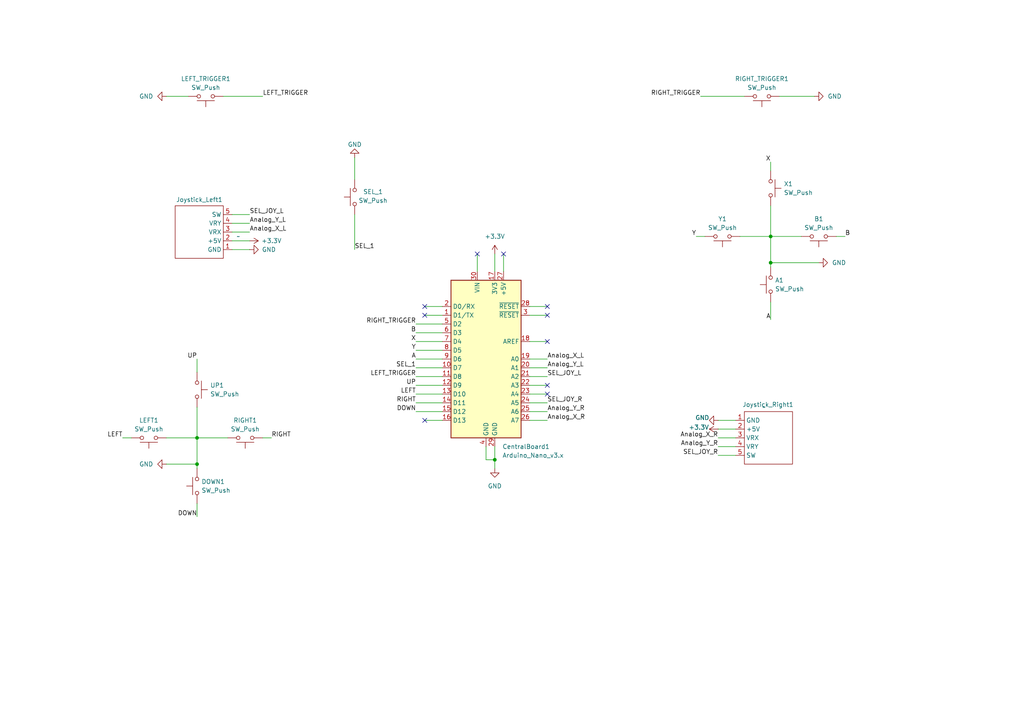
<source format=kicad_sch>
(kicad_sch (version 20231120) (generator "eeschema") (generator_version "8.0")
  (paper "A4")
  (title_block (title "Controller Schematic") (rev "V01") (company "Instituto Superior Técnico") (comment 4 "Author: João Duarte"))
  (lib_symbols
    (symbol "Joystick:Joystick"
      (property "Reference" "U" (at -0.762 9.144 0))
      (symbol "Joystick_0_1"
        (rectangle (start -7.62 7.62) (end 6.35 -7.62))
      )
      (symbol "Joystick_1_1"
        (pin input line (at -10.16 5.08 0) (length 2.54) (name "GND") (number "1"))
        (pin input line (at -10.16 2.54 0) (length 2.54) (name "+5V") (number "2"))
        (pin output line (at -10.16 0 0) (length 2.54) (name "VRX") (number "3"))
        (pin output line (at -10.16 -2.54 0) (length 2.54) (name "VRY") (number "4"))
        (pin output line (at -10.16 -5.08 0) (length 2.54) (name "SW") (number "5"))
      )
    )
    (symbol "MCU_Module:Arduino_Nano_v3.x"
      (property "Reference" "A" (at -10.16 23.495 0))
      (property "Value" "Arduino_Nano_v3.x" (at 5.08 -24.13 0))
      (symbol "Arduino_Nano_v3.x_0_1"
        (rectangle (start -10.16 22.86) (end 10.16 -22.86) (stroke (width 0.254)) (fill (type background)))
      )
      (symbol "Arduino_Nano_v3.x_1_1"
        (pin bidirectional line (at -12.7 12.7 0) (length 2.54) (name "D1/TX") (number "1"))
        (pin bidirectional line (at -12.7 -2.54 0) (length 2.54) (name "D7") (number "10"))
        (pin bidirectional line (at -12.7 -5.08 0) (length 2.54) (name "D8") (number "11"))
        (pin bidirectional line (at -12.7 -7.62 0) (length 2.54) (name "D9") (number "12"))
        (pin bidirectional line (at -12.7 -10.16 0) (length 2.54) (name "D10") (number "13"))
        (pin bidirectional line (at -12.7 -12.7 0) (length 2.54) (name "D11") (number "14"))
        (pin bidirectional line (at -12.7 -15.24 0) (length 2.54) (name "D12") (number "15"))
        (pin bidirectional line (at -12.7 -17.78 0) (length 2.54) (name "D13") (number "16"))
        (pin power_out line (at 2.54 25.4 270) (length 2.54) (name "3V3") (number "17"))
        (pin input line (at 12.7 5.08 180) (length 2.54) (name "AREF") (number "18"))
        (pin bidirectional line (at 12.7 0 180) (length 2.54) (name "A0") (number "19"))
        (pin bidirectional line (at -12.7 15.24 0) (length 2.54) (name "D0/RX") (number "2"))
        (pin bidirectional line (at 12.7 -2.54 180) (length 2.54) (name "A1") (number "20"))
        (pin bidirectional line (at 12.7 -5.08 180) (length 2.54) (name "A2") (number "21"))
        (pin bidirectional line (at 12.7 -7.62 180) (length 2.54) (name "A3") (number "22"))
        (pin bidirectional line (at 12.7 -10.16 180) (length 2.54) (name "A4") (number "23"))
        (pin bidirectional line (at 12.7 -12.7 180) (length 2.54) (name "A5") (number "24"))
        (pin bidirectional line (at 12.7 -15.24 180) (length 2.54) (name "A6") (number "25"))
        (pin bidirectional line (at 12.7 -17.78 180) (length 2.54) (name "A7") (number "26"))
        (pin power_out line (at 5.08 25.4 270) (length 2.54) (name "+5V") (number "27"))
        (pin input line (at 12.7 15.24 180) (length 2.54) (name "~{RESET}") (number "28"))
        (pin power_in line (at 2.54 -25.4 90) (length 2.54) (name "GND") (number "29"))
        (pin input line (at 12.7 12.7 180) (length 2.54) (name "~{RESET}") (number "3"))
        (pin power_in line (at -2.54 25.4 270) (length 2.54) (name "VIN") (number "30"))
        (pin power_in line (at 0 -25.4 90) (length 2.54) (name "GND") (number "4"))
        (pin bidirectional line (at -12.7 10.16 0) (length 2.54) (name "D2") (number "5"))
        (pin bidirectional line (at -12.7 7.62 0) (length 2.54) (name "D3") (number "6"))
        (pin bidirectional line (at -12.7 5.08 0) (length 2.54) (name "D4") (number "7"))
        (pin bidirectional line (at -12.7 2.54 0) (length 2.54) (name "D5") (number "8"))
        (pin bidirectional line (at -12.7 0 0) (length 2.54) (name "D6") (number "9"))
      )
    )
    (symbol "Switch:SW_Push" (pin_numbers hide) (pin_names (offset 1.016) hide)
      (property "Reference" "SW" (at 1.27 2.54 0))
      (property "Value" "SW_Push" (at 0 -1.524 0))
      (symbol "SW_Push_0_1"
        (circle (center -2.032 0) (radius 0.508))
        (polyline (pts (xy 0 1.27) (xy 0 3.048)))
        (polyline (pts (xy 2.54 1.27) (xy -2.54 1.27)))
        (circle (center 2.032 0) (radius 0.508))
        (pin passive line (at -5.08 0 0) (length 2.54) (name "1") (number "1"))
        (pin passive line (at 5.08 0 180) (length 2.54) (name "2") (number "2"))
      )
    )
    (symbol "power:+3.3V" (power) (pin_numbers hide) (pin_names (offset 0) hide)
      (property "Value" "+3.3V" (at 0 3.556 0))
      (symbol "+3.3V_0_1"
        (polyline (pts (xy -0.762 1.27) (xy 0 2.54)))
        (polyline (pts (xy 0 0) (xy 0 2.54)))
        (polyline (pts (xy 0 2.54) (xy 0.762 1.27)))
      )
      (symbol "+3.3V_1_1"
        (pin power_in line (at 0 0 90) (length 0) (name "~") (number "1"))
      )
    )
    (symbol "power:GND" (power) (pin_numbers hide) (pin_names (offset 0) hide)
      (property "Value" "GND" (at 0 -3.81 0))
      (symbol "GND_0_1"
        (polyline (pts (xy 0 0) (xy 0 -1.27) (xy 1.27 -1.27) (xy 0 -2.54) (xy -1.27 -1.27) (xy 0 -1.27)))
      )
      (symbol "GND_1_1"
        (pin power_in line (at 0 0 270) (length 0) (name "~") (number "1"))
      )
    )
  )
  (junction (at 143.51 133.35))
  (junction (at 223.52 68.58))
  (junction (at 223.52 76.2))
  (junction (at 57.15 127))
  (junction (at 57.15 134.62))
  (no_connect (at 146.05 73.66))
  (no_connect (at 138.43 73.66))
  (no_connect (at 158.75 88.9))
  (no_connect (at 123.19 91.44))
  (no_connect (at 158.75 114.3))
  (no_connect (at 158.75 99.06))
  (no_connect (at 158.75 111.76))
  (no_connect (at 123.19 88.9))
  (no_connect (at 123.19 121.92))
  (no_connect (at 158.75 91.44))
  (wire (pts (xy 72.39 64.77) (xy 67.31 64.77)))
  (wire (pts (xy 140.97 129.54) (xy 140.97 133.35)))
  (wire (pts (xy 57.15 146.05) (xy 57.15 149.86)))
  (wire (pts (xy 223.52 46.99) (xy 223.52 49.53)))
  (wire (pts (xy 120.65 99.06) (xy 128.27 99.06)))
  (wire (pts (xy 213.36 121.92) (xy 208.28 121.92)))
  (wire (pts (xy 153.67 121.92) (xy 158.75 121.92)))
  (wire (pts (xy 208.28 129.54) (xy 213.36 129.54)))
  (wire (pts (xy 128.27 88.9) (xy 123.19 88.9)))
  (wire (pts (xy 153.67 88.9) (xy 158.75 88.9)))
  (wire (pts (xy 223.52 68.58) (xy 232.41 68.58)))
  (wire (pts (xy 223.52 76.2) (xy 223.52 77.47)))
  (wire (pts (xy 158.75 119.38) (xy 153.67 119.38)))
  (wire (pts (xy 223.52 59.69) (xy 223.52 68.58)))
  (wire (pts (xy 120.65 119.38) (xy 128.27 119.38)))
  (wire (pts (xy 153.67 111.76) (xy 158.75 111.76)))
  (wire (pts (xy 67.31 72.39) (xy 72.39 72.39)))
  (wire (pts (xy 153.67 116.84) (xy 158.75 116.84)))
  (wire (pts (xy 48.26 127) (xy 57.15 127)))
  (wire (pts (xy 201.93 68.58) (xy 204.47 68.58)))
  (wire (pts (xy 128.27 91.44) (xy 123.19 91.44)))
  (wire (pts (xy 120.65 93.98) (xy 128.27 93.98)))
  (wire (pts (xy 120.65 104.14) (xy 128.27 104.14)))
  (wire (pts (xy 214.63 68.58) (xy 223.52 68.58)))
  (wire (pts (xy 128.27 121.92) (xy 123.19 121.92)))
  (wire (pts (xy 153.67 91.44) (xy 158.75 91.44)))
  (wire (pts (xy 57.15 118.11) (xy 57.15 127)))
  (wire (pts (xy 35.56 127) (xy 38.1 127)))
  (wire (pts (xy 128.27 106.68) (xy 120.65 106.68)))
  (wire (pts (xy 208.28 127) (xy 213.36 127)))
  (wire (pts (xy 226.06 27.94) (xy 236.22 27.94)))
  (wire (pts (xy 158.75 106.68) (xy 153.67 106.68)))
  (wire (pts (xy 57.15 104.14) (xy 57.15 107.95)))
  (wire (pts (xy 64.77 27.94) (xy 76.2 27.94)))
  (wire (pts (xy 153.67 99.06) (xy 158.75 99.06)))
  (wire (pts (xy 120.65 111.76) (xy 128.27 111.76)))
  (wire (pts (xy 213.36 132.08) (xy 208.28 132.08)))
  (wire (pts (xy 120.65 101.6) (xy 128.27 101.6)))
  (wire (pts (xy 57.15 127) (xy 66.04 127)))
  (wire (pts (xy 102.87 45.72) (xy 102.87 52.07)))
  (wire (pts (xy 242.57 68.58) (xy 245.11 68.58)))
  (wire (pts (xy 143.51 129.54) (xy 143.51 133.35)))
  (wire (pts (xy 203.2 27.94) (xy 215.9 27.94)))
  (wire (pts (xy 223.52 76.2) (xy 237.49 76.2)))
  (wire (pts (xy 57.15 134.62) (xy 57.15 135.89)))
  (wire (pts (xy 143.51 73.66) (xy 143.51 78.74)))
  (wire (pts (xy 102.87 62.23) (xy 102.87 72.39)))
  (wire (pts (xy 48.26 27.94) (xy 54.61 27.94)))
  (wire (pts (xy 153.67 104.14) (xy 158.75 104.14)))
  (wire (pts (xy 67.31 69.85) (xy 72.39 69.85)))
  (wire (pts (xy 146.05 78.74) (xy 146.05 73.66)))
  (wire (pts (xy 120.65 116.84) (xy 128.27 116.84)))
  (wire (pts (xy 76.2 127) (xy 78.74 127)))
  (wire (pts (xy 120.65 96.52) (xy 128.27 96.52)))
  (wire (pts (xy 213.36 124.46) (xy 208.28 124.46)))
  (wire (pts (xy 153.67 109.22) (xy 158.75 109.22)))
  (wire (pts (xy 140.97 133.35) (xy 143.51 133.35)))
  (wire (pts (xy 48.26 134.62) (xy 57.15 134.62)))
  (wire (pts (xy 57.15 127) (xy 57.15 134.62)))
  (wire (pts (xy 143.51 133.35) (xy 143.51 135.89)))
  (wire (pts (xy 223.52 68.58) (xy 223.52 76.2)))
  (wire (pts (xy 72.39 67.31) (xy 67.31 67.31)))
  (wire (pts (xy 223.52 87.63) (xy 223.52 92.71)))
  (wire (pts (xy 120.65 109.22) (xy 128.27 109.22)))
  (wire (pts (xy 67.31 62.23) (xy 72.39 62.23)))
  (wire (pts (xy 153.67 114.3) (xy 158.75 114.3)))
  (wire (pts (xy 120.65 114.3) (xy 128.27 114.3)))
  (wire (pts (xy 138.43 78.74) (xy 138.43 73.66)))
  (label "Analog_X_R" (at 208.28 127 180))
  (label "RIGHT" (at 120.65 116.84 180))
  (label "RIGHT_TRIGGER" (at 120.65 93.98 180))
  (label "X" (at 223.52 46.99 180))
  (label "Analog_X_L" (at 72.39 67.31 0))
  (label "A" (at 223.52 92.71 180))
  (label "SEL_JOY_R" (at 158.75 116.84 0))
  (label "SEL_1" (at 120.65 106.68 180))
  (label "B" (at 120.65 96.52 180))
  (label "Analog_Y_L" (at 72.39 64.77 0))
  (label "DOWN" (at 57.15 149.86 180))
  (label "Analog_Y_L" (at 158.75 106.68 0))
  (label "RIGHT" (at 78.74 127 0))
  (label "SEL_JOY_L" (at 72.39 62.23 0))
  (label "LEFT" (at 35.56 127 180))
  (label "Analog_X_L" (at 158.75 104.14 0))
  (label "Analog_Y_R" (at 158.75 119.38 0))
  (label "UP" (at 57.15 104.14 180))
  (label "A" (at 120.65 104.14 180))
  (label "Analog_X_R" (at 158.75 121.92 0))
  (label "B" (at 245.11 68.58 0))
  (label "Y" (at 120.65 101.6 180))
  (label "SEL_JOY_L" (at 158.75 109.22 0))
  (label "RIGHT_TRIGGER" (at 203.2 27.94 180))
  (label "Analog_Y_R" (at 208.28 129.54 180))
  (label "LEFT_TRIGGER" (at 76.2 27.94 0))
  (label "Y" (at 201.93 68.58 180))
  (label "LEFT" (at 120.65 114.3 180))
  (label "X" (at 120.65 99.06 180))
  (label "SEL_JOY_R" (at 208.28 132.08 180))
  (label "UP" (at 120.65 111.76 180))
  (label "SEL_1" (at 102.87 72.39 0))
  (label "DOWN" (at 120.65 119.38 180))
  (label "LEFT_TRIGGER" (at 120.65 109.22 180))
  (symbol (lib_id "power:GND") (at 102.87 45.72 180) (unit 1)
    (property "Reference" "#PWR09" (effects (hide yes)))
    (property "Value" "GND" (at 100.838 41.91 0) (effects (justify right)))
    (property "Description" "Power symbol creates a global label with name \"GND\" , ground" (effects (hide yes)))
  )
  (symbol (lib_id "power:GND") (at 48.26 134.62 270) (unit 1)
    (property "Reference" "#PWR02" (effects (hide yes)))
    (property "Value" "GND" (at 44.45 134.6199 90) (effects (justify right)))
    (property "Description" "Power symbol creates a global label with name \"GND\" , ground" (effects (hide yes)))
  )
  (symbol (lib_id "Switch:SW_Push") (at 57.15 113.03 270) (unit 1)
    (property "Reference" "UP1" (at 60.96 111.7599 90) (effects (justify left)))
    (property "Value" "SW_Push" (at 60.96 114.2999 90) (effects (justify left)))
    (property "Footprint" "Button_Switch_THT:SW_PUSH_6mm" (effects (hide yes)))
    (property "Datasheet" "https://www.farnell.com/datasheets/2343587.pdf" (effects (hide yes)))
    (property "Description" "Push button switch, generic, two pins" (effects (hide yes)))
  )
  (symbol (lib_id "Switch:SW_Push") (at 102.87 57.15 90) (unit 1)
    (property "Reference" "SEL_1" (at 108.204 55.626 90))
    (property "Value" "SW_Push" (at 108.204 58.166 90))
    (property "Footprint" "Button_Switch_THT:SW_PUSH_6mm" (effects (hide yes)))
    (property "Datasheet" "https://www.farnell.com/datasheets/2343587.pdf" (effects (hide yes)))
    (property "Description" "Push button switch, generic, two pins" (effects (hide yes)))
  )
  (symbol (lib_id "Switch:SW_Push") (at 57.15 140.97 90) (unit 1)
    (property "Reference" "DOWN1" (at 58.42 139.6999 90) (effects (justify right)))
    (property "Value" "SW_Push" (at 58.42 142.2399 90) (effects (justify right)))
    (property "Footprint" "Button_Switch_THT:SW_PUSH_6mm" (effects (hide yes)))
    (property "Datasheet" "https://www.farnell.com/datasheets/2343587.pdf" (effects (hide yes)))
    (property "Description" "Push button switch, generic, two pins" (effects (hide yes)))
  )
  (symbol (lib_id "power:+3.3V") (at 72.39 69.85 270) (unit 1)
    (property "Reference" "#PWR07" (effects (hide yes)))
    (property "Value" "+3.3V" (at 78.74 69.85 90))
    (property "Description" "Power symbol creates a global label with name \"+3.3V\"" (effects (hide yes)))
  )
  (symbol (lib_id "Joystick:Joystick") (at 223.52 127 0) (unit 1)
    (property "Reference" "Joystick_Right1" (at 222.758 117.348 0))
    (property "Value" "~" (at 221.615 118.11 0))
    (property "Footprint" "Controller:Joystick" (effects (hide yes)))
    (property "Datasheet" "https://datasheetspdf.com/pdf-down/K/Y/-/KY-023-Joy-IT.pdf" (effects (hide yes)))
  )
  (symbol (lib_id "Switch:SW_Push") (at 220.98 27.94 180) (unit 1)
    (property "Reference" "RIGHT_TRIGGER1" (at 220.98 22.86 0))
    (property "Value" "SW_Push" (at 220.98 25.4 0))
    (property "Footprint" "Button_Switch_THT:SW_PUSH_6mm" (effects (hide yes)))
    (property "Datasheet" "https://www.farnell.com/datasheets/2343587.pdf" (effects (hide yes)))
    (property "Description" "Push button switch, generic, two pins" (effects (hide yes)))
  )
  (symbol (lib_id "power:GND") (at 236.22 27.94 90) (unit 1)
    (property "Reference" "#PWR05" (effects (hide yes)))
    (property "Value" "GND" (at 240.03 27.9399 90) (effects (justify right)))
    (property "Description" "Power symbol creates a global label with name \"GND\" , ground" (effects (hide yes)))
  )
  (symbol (lib_id "Switch:SW_Push") (at 43.18 127 180) (unit 1)
    (property "Reference" "LEFT1" (at 43.18 121.92 0))
    (property "Value" "SW_Push" (at 43.18 124.46 0))
    (property "Footprint" "Button_Switch_THT:SW_PUSH_6mm" (effects (hide yes)))
    (property "Datasheet" "https://www.farnell.com/datasheets/2343587.pdf" (effects (hide yes)))
    (property "Description" "Push button switch, generic, two pins" (effects (hide yes)))
  )
  (symbol (lib_id "power:GND") (at 48.26 27.94 270) (unit 1)
    (property "Reference" "#PWR04" (effects (hide yes)))
    (property "Value" "GND" (at 44.45 27.9399 90) (effects (justify right)))
    (property "Description" "Power symbol creates a global label with name \"GND\" , ground" (effects (hide yes)))
  )
  (symbol (lib_id "Switch:SW_Push") (at 71.12 127 180) (unit 1)
    (property "Reference" "RIGHT1" (at 71.12 121.92 0))
    (property "Value" "SW_Push" (at 71.12 124.46 0))
    (property "Footprint" "Button_Switch_THT:SW_PUSH_6mm" (effects (hide yes)))
    (property "Datasheet" "https://www.farnell.com/datasheets/2343587.pdf" (effects (hide yes)))
    (property "Description" "Push button switch, generic, two pins" (effects (hide yes)))
  )
  (symbol (lib_id "Switch:SW_Push") (at 223.52 82.55 90) (unit 1)
    (property "Reference" "A1" (at 224.79 81.2799 90) (effects (justify right)))
    (property "Value" "SW_Push" (at 224.79 83.8199 90) (effects (justify right)))
    (property "Footprint" "Button_Switch_THT:SW_PUSH_6mm" (effects (hide yes)))
    (property "Datasheet" "https://www.farnell.com/datasheets/2343587.pdf" (effects (hide yes)))
    (property "Description" "Push button switch, generic, two pins" (effects (hide yes)))
  )
  (symbol (lib_id "Switch:SW_Push") (at 59.69 27.94 180) (unit 1)
    (property "Reference" "LEFT_TRIGGER1" (at 59.69 22.86 0))
    (property "Value" "SW_Push" (at 59.69 25.4 0))
    (property "Footprint" "Button_Switch_THT:SW_PUSH_6mm" (effects (hide yes)))
    (property "Datasheet" "https://www.farnell.com/datasheets/2343587.pdf" (effects (hide yes)))
    (property "Description" "Push button switch, generic, two pins" (effects (hide yes)))
  )
  (symbol (lib_id "power:+3.3V") (at 208.28 124.46 90) (unit 1)
    (property "Reference" "#PWR08" (effects (hide yes)))
    (property "Value" "+3.3V" (at 202.692 123.952 90))
    (property "Description" "Power symbol creates a global label with name \"+3.3V\"" (effects (hide yes)))
  )
  (symbol (lib_id "Switch:SW_Push") (at 209.55 68.58 180) (unit 1)
    (property "Reference" "Y1" (at 209.55 63.5 0))
    (property "Value" "SW_Push" (at 209.55 66.04 0))
    (property "Footprint" "Button_Switch_THT:SW_PUSH_6mm" (effects (hide yes)))
    (property "Datasheet" "https://www.farnell.com/datasheets/2343587.pdf" (effects (hide yes)))
    (property "Description" "Push button switch, generic, two pins" (effects (hide yes)))
  )
  (symbol (lib_id "power:GND") (at 237.49 76.2 90) (unit 1)
    (property "Reference" "#PWR03" (effects (hide yes)))
    (property "Value" "GND" (at 241.3 76.1999 90) (effects (justify right)))
    (property "Description" "Power symbol creates a global label with name \"GND\" , ground" (effects (hide yes)))
  )
  (symbol (lib_id "power:GND") (at 72.39 72.39 90) (unit 1)
    (property "Reference" "#PWR06" (effects (hide yes)))
    (property "Value" "GND" (at 75.946 72.39 90) (effects (justify right)))
    (property "Description" "Power symbol creates a global label with name \"GND\" , ground" (effects (hide yes)))
  )
  (symbol (lib_id "Switch:SW_Push") (at 237.49 68.58 180) (unit 1)
    (property "Reference" "B1" (at 237.49 63.5 0))
    (property "Value" "SW_Push" (at 237.49 66.04 0))
    (property "Footprint" "Button_Switch_THT:SW_PUSH_6mm" (effects (hide yes)))
    (property "Datasheet" "https://www.farnell.com/datasheets/2343587.pdf" (effects (hide yes)))
    (property "Description" "Push button switch, generic, two pins" (effects (hide yes)))
  )
  (symbol (lib_id "Joystick:Joystick") (at 57.15 67.31 180) (unit 1)
    (property "Reference" "Joystick_Left1" (at 51.054 57.912 0) (effects (justify right)))
    (property "Value" "~" (at 68.58 68.58 0) (effects (justify right)))
    (property "Footprint" "Controller:Joystick" (effects (hide yes)))
    (property "Datasheet" "https://datasheetspdf.com/pdf-down/K/Y/-/KY-023-Joy-IT.pdf" (effects (hide yes)))
  )
  (symbol (lib_id "power:GND") (at 143.51 135.89 0) (unit 1)
    (property "Reference" "#PWR01" (effects (hide yes)))
    (property "Value" "GND" (at 143.51 140.97 0))
    (property "Description" "Power symbol creates a global label with name \"GND\" , ground" (effects (hide yes)))
  )
  (symbol (lib_id "power:+3.3V") (at 143.51 73.66 0) (unit 1)
    (property "Reference" "#PWR011" (effects (hide yes)))
    (property "Value" "+3.3V" (at 143.51 68.58 0))
    (property "Description" "Power symbol creates a global label with name \"+3.3V\"" (effects (hide yes)))
  )
  (symbol (lib_id "MCU_Module:Arduino_Nano_v3.x") (at 140.97 104.14 0) (unit 1)
    (property "Reference" "CentralBoard1" (at 145.7041 129.54 0) (effects (justify left)))
    (property "Value" "Arduino_Nano_v3.x" (at 145.7041 132.08 0) (effects (justify left)))
    (property "Footprint" "Module:Arduino_Nano" (effects (hide yes)))
    (property "Datasheet" "https://docs.arduino.cc/resources/datasheets/ABX00083-datasheet.pdf" (effects (hide yes)))
    (property "Description" "Arduino Nano v3.x" (effects (hide yes)))
  )
  (symbol (lib_id "power:GND") (at 208.28 121.92 270) (unit 1)
    (property "Reference" "#PWR010" (effects (hide yes)))
    (property "Value" "GND" (at 205.74 121.158 90) (effects (justify right)))
    (property "Description" "Power symbol creates a global label with name \"GND\" , ground" (effects (hide yes)))
  )
  (symbol (lib_id "Switch:SW_Push") (at 223.52 54.61 270) (unit 1)
    (property "Reference" "X1" (at 227.33 53.3399 90) (effects (justify left)))
    (property "Value" "SW_Push" (at 227.33 55.8799 90) (effects (justify left)))
    (property "Footprint" "Button_Switch_THT:SW_PUSH_6mm" (effects (hide yes)))
    (property "Datasheet" "https://www.farnell.com/datasheets/2343587.pdf" (effects (hide yes)))
    (property "Description" "Push button switch, generic, two pins" (effects (hide yes)))
  )
)
</source>
